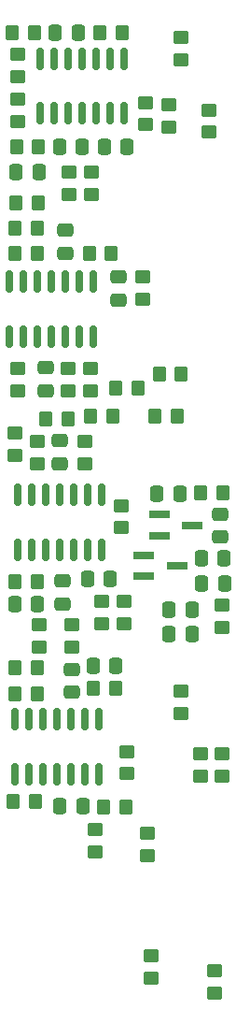
<source format=gbr>
%TF.GenerationSoftware,KiCad,Pcbnew,(6.0.2-0)*%
%TF.CreationDate,2022-07-30T11:22:51+02:00*%
%TF.ProjectId,blindeTaube,626c696e-6465-4546-9175-62652e6b6963,rev?*%
%TF.SameCoordinates,Original*%
%TF.FileFunction,Paste,Bot*%
%TF.FilePolarity,Positive*%
%FSLAX46Y46*%
G04 Gerber Fmt 4.6, Leading zero omitted, Abs format (unit mm)*
G04 Created by KiCad (PCBNEW (6.0.2-0)) date 2022-07-30 11:22:51*
%MOMM*%
%LPD*%
G01*
G04 APERTURE LIST*
G04 Aperture macros list*
%AMRoundRect*
0 Rectangle with rounded corners*
0 $1 Rounding radius*
0 $2 $3 $4 $5 $6 $7 $8 $9 X,Y pos of 4 corners*
0 Add a 4 corners polygon primitive as box body*
4,1,4,$2,$3,$4,$5,$6,$7,$8,$9,$2,$3,0*
0 Add four circle primitives for the rounded corners*
1,1,$1+$1,$2,$3*
1,1,$1+$1,$4,$5*
1,1,$1+$1,$6,$7*
1,1,$1+$1,$8,$9*
0 Add four rect primitives between the rounded corners*
20,1,$1+$1,$2,$3,$4,$5,0*
20,1,$1+$1,$4,$5,$6,$7,0*
20,1,$1+$1,$6,$7,$8,$9,0*
20,1,$1+$1,$8,$9,$2,$3,0*%
G04 Aperture macros list end*
%ADD10RoundRect,0.250000X-0.350000X-0.450000X0.350000X-0.450000X0.350000X0.450000X-0.350000X0.450000X0*%
%ADD11RoundRect,0.250000X0.450000X-0.350000X0.450000X0.350000X-0.450000X0.350000X-0.450000X-0.350000X0*%
%ADD12RoundRect,0.250000X0.350000X0.450000X-0.350000X0.450000X-0.350000X-0.450000X0.350000X-0.450000X0*%
%ADD13RoundRect,0.250000X-0.450000X0.350000X-0.450000X-0.350000X0.450000X-0.350000X0.450000X0.350000X0*%
%ADD14RoundRect,0.250000X0.475000X-0.337500X0.475000X0.337500X-0.475000X0.337500X-0.475000X-0.337500X0*%
%ADD15RoundRect,0.250000X-0.337500X-0.475000X0.337500X-0.475000X0.337500X0.475000X-0.337500X0.475000X0*%
%ADD16R,1.900000X0.800000*%
%ADD17RoundRect,0.250000X0.337500X0.475000X-0.337500X0.475000X-0.337500X-0.475000X0.337500X-0.475000X0*%
%ADD18RoundRect,0.250000X-0.475000X0.337500X-0.475000X-0.337500X0.475000X-0.337500X0.475000X0.337500X0*%
%ADD19RoundRect,0.150000X-0.150000X0.825000X-0.150000X-0.825000X0.150000X-0.825000X0.150000X0.825000X0*%
%ADD20RoundRect,0.150000X0.150000X-0.825000X0.150000X0.825000X-0.150000X0.825000X-0.150000X-0.825000X0*%
G04 APERTURE END LIST*
D10*
%TO.C,R14*%
X66310000Y-76962000D03*
X68310000Y-76962000D03*
%TD*%
D11*
%TO.C,R35*%
X69550000Y-130375000D03*
X69550000Y-128375000D03*
%TD*%
D12*
%TO.C,R36*%
X59000000Y-114400000D03*
X57000000Y-114400000D03*
%TD*%
%TO.C,R23*%
X66900000Y-44775000D03*
X64900000Y-44775000D03*
%TD*%
D13*
%TO.C,R31*%
X67056000Y-96282000D03*
X67056000Y-98282000D03*
%TD*%
%TO.C,R27*%
X57404000Y-46752000D03*
X57404000Y-48752000D03*
%TD*%
D11*
%TO.C,R44*%
X67325000Y-111900000D03*
X67325000Y-109900000D03*
%TD*%
D14*
%TO.C,C33*%
X62300000Y-104537500D03*
X62300000Y-102462500D03*
%TD*%
D11*
%TO.C,R22*%
X64008000Y-77200000D03*
X64008000Y-75200000D03*
%TD*%
D13*
%TO.C,R50*%
X75950000Y-110100000D03*
X75950000Y-112100000D03*
%TD*%
D12*
%TO.C,R5*%
X59166000Y-62484000D03*
X57166000Y-62484000D03*
%TD*%
D15*
%TO.C,C18*%
X57128500Y-96520000D03*
X59203500Y-96520000D03*
%TD*%
D16*
%TO.C,D11*%
X68875000Y-94025000D03*
X68875000Y-92125000D03*
X71875000Y-93075000D03*
%TD*%
D13*
%TO.C,R11*%
X71150000Y-51350000D03*
X71150000Y-53350000D03*
%TD*%
D15*
%TO.C,C27*%
X70062500Y-86525000D03*
X72137500Y-86525000D03*
%TD*%
D17*
%TO.C,C1*%
X67331500Y-55118000D03*
X65256500Y-55118000D03*
%TD*%
D11*
%TO.C,R48*%
X66850000Y-89625000D03*
X66850000Y-87625000D03*
%TD*%
D13*
%TO.C,R24*%
X57404000Y-50816000D03*
X57404000Y-52816000D03*
%TD*%
D18*
%TO.C,C30*%
X61700000Y-62716500D03*
X61700000Y-64791500D03*
%TD*%
D15*
%TO.C,C5*%
X57262500Y-57404000D03*
X59337500Y-57404000D03*
%TD*%
D19*
%TO.C,U5*%
X57150000Y-106999000D03*
X58420000Y-106999000D03*
X59690000Y-106999000D03*
X60960000Y-106999000D03*
X62230000Y-106999000D03*
X63500000Y-106999000D03*
X64770000Y-106999000D03*
X64770000Y-111949000D03*
X63500000Y-111949000D03*
X62230000Y-111949000D03*
X60960000Y-111949000D03*
X59690000Y-111949000D03*
X58420000Y-111949000D03*
X57150000Y-111949000D03*
%TD*%
D13*
%TO.C,R43*%
X72225000Y-104450000D03*
X72225000Y-106450000D03*
%TD*%
%TO.C,R2*%
X64100000Y-57420000D03*
X64100000Y-59420000D03*
%TD*%
%TO.C,R47*%
X62300000Y-98400000D03*
X62300000Y-100400000D03*
%TD*%
D12*
%TO.C,R55*%
X61960000Y-79756000D03*
X59960000Y-79756000D03*
%TD*%
D16*
%TO.C,D12*%
X70250000Y-90350000D03*
X70250000Y-88450000D03*
X73250000Y-89400000D03*
%TD*%
D17*
%TO.C,C38*%
X63337500Y-114850000D03*
X61262500Y-114850000D03*
%TD*%
D15*
%TO.C,C23*%
X74087500Y-92375000D03*
X76162500Y-92375000D03*
%TD*%
D10*
%TO.C,R109*%
X74050000Y-86500000D03*
X76050000Y-86500000D03*
%TD*%
D11*
%TO.C,R18*%
X69000000Y-53150000D03*
X69000000Y-51150000D03*
%TD*%
D10*
%TO.C,R28*%
X56925000Y-44800000D03*
X58925000Y-44800000D03*
%TD*%
D13*
%TO.C,R3*%
X62050000Y-57450000D03*
X62050000Y-59450000D03*
%TD*%
D10*
%TO.C,R4*%
X57166000Y-64770000D03*
X59166000Y-64770000D03*
%TD*%
D12*
%TO.C,R34*%
X59200000Y-102300000D03*
X57200000Y-102300000D03*
%TD*%
D13*
%TO.C,R40*%
X73975000Y-110125000D03*
X73975000Y-112125000D03*
%TD*%
%TO.C,R32*%
X65024000Y-96282000D03*
X65024000Y-98282000D03*
%TD*%
%TO.C,R54*%
X57150000Y-81042000D03*
X57150000Y-83042000D03*
%TD*%
D10*
%TO.C,R33*%
X57200000Y-104648000D03*
X59200000Y-104648000D03*
%TD*%
D11*
%TO.C,R42*%
X75250000Y-131750000D03*
X75250000Y-129750000D03*
%TD*%
%TO.C,R13*%
X72250000Y-47225000D03*
X72250000Y-45225000D03*
%TD*%
%TO.C,R19*%
X61976000Y-77200000D03*
X61976000Y-75200000D03*
%TD*%
D19*
%TO.C,U2*%
X56642000Y-67375000D03*
X57912000Y-67375000D03*
X59182000Y-67375000D03*
X60452000Y-67375000D03*
X61722000Y-67375000D03*
X62992000Y-67375000D03*
X64262000Y-67375000D03*
X64262000Y-72325000D03*
X62992000Y-72325000D03*
X61722000Y-72325000D03*
X60452000Y-72325000D03*
X59182000Y-72325000D03*
X57912000Y-72325000D03*
X56642000Y-72325000D03*
%TD*%
D15*
%TO.C,C25*%
X74112500Y-94700000D03*
X76187500Y-94700000D03*
%TD*%
D10*
%TO.C,R6*%
X70250000Y-75750000D03*
X72250000Y-75750000D03*
%TD*%
D11*
%TO.C,R52*%
X69225000Y-119325000D03*
X69225000Y-117325000D03*
%TD*%
D17*
%TO.C,C14*%
X65807500Y-94234000D03*
X63732500Y-94234000D03*
%TD*%
D18*
%TO.C,C2*%
X66575000Y-66912500D03*
X66575000Y-68987500D03*
%TD*%
D12*
%TO.C,R12*%
X71866000Y-79502000D03*
X69866000Y-79502000D03*
%TD*%
D20*
%TO.C,U1*%
X67056000Y-52125000D03*
X65786000Y-52125000D03*
X64516000Y-52125000D03*
X63246000Y-52125000D03*
X61976000Y-52125000D03*
X60706000Y-52125000D03*
X59436000Y-52125000D03*
X59436000Y-47175000D03*
X60706000Y-47175000D03*
X61976000Y-47175000D03*
X63246000Y-47175000D03*
X64516000Y-47175000D03*
X65786000Y-47175000D03*
X67056000Y-47175000D03*
%TD*%
D10*
%TO.C,R21*%
X57300000Y-55118000D03*
X59300000Y-55118000D03*
%TD*%
D13*
%TO.C,R8*%
X57404000Y-75200000D03*
X57404000Y-77200000D03*
%TD*%
D12*
%TO.C,R39*%
X66278000Y-104140000D03*
X64278000Y-104140000D03*
%TD*%
D15*
%TO.C,C26*%
X71172500Y-99240000D03*
X73247500Y-99240000D03*
%TD*%
%TO.C,C24*%
X71142500Y-97050000D03*
X73217500Y-97050000D03*
%TD*%
D12*
%TO.C,R17*%
X59250000Y-60198000D03*
X57250000Y-60198000D03*
%TD*%
%TO.C,R10*%
X65900000Y-64775000D03*
X63900000Y-64775000D03*
%TD*%
%TO.C,R7*%
X66024000Y-79502000D03*
X64024000Y-79502000D03*
%TD*%
D10*
%TO.C,R51*%
X57166000Y-94488000D03*
X59166000Y-94488000D03*
%TD*%
D20*
%TO.C,U4*%
X65024000Y-91629000D03*
X63754000Y-91629000D03*
X62484000Y-91629000D03*
X61214000Y-91629000D03*
X59944000Y-91629000D03*
X58674000Y-91629000D03*
X57404000Y-91629000D03*
X57404000Y-86679000D03*
X58674000Y-86679000D03*
X59944000Y-86679000D03*
X61214000Y-86679000D03*
X62484000Y-86679000D03*
X63754000Y-86679000D03*
X65024000Y-86679000D03*
%TD*%
D17*
%TO.C,C15*%
X66315500Y-102108000D03*
X64240500Y-102108000D03*
%TD*%
D18*
%TO.C,C35*%
X59944000Y-75162500D03*
X59944000Y-77237500D03*
%TD*%
D11*
%TO.C,R25*%
X68775000Y-68950000D03*
X68775000Y-66950000D03*
%TD*%
%TO.C,R29*%
X59400000Y-100400000D03*
X59400000Y-98400000D03*
%TD*%
D14*
%TO.C,C28*%
X75775000Y-90462500D03*
X75775000Y-88387500D03*
%TD*%
D15*
%TO.C,C34*%
X60812500Y-44775000D03*
X62887500Y-44775000D03*
%TD*%
D14*
%TO.C,C37*%
X61214000Y-83841500D03*
X61214000Y-81766500D03*
%TD*%
D13*
%TO.C,R20*%
X74775000Y-51800000D03*
X74775000Y-53800000D03*
%TD*%
%TO.C,R108*%
X75975000Y-96650000D03*
X75975000Y-98650000D03*
%TD*%
%TO.C,R53*%
X63500000Y-81804000D03*
X63500000Y-83804000D03*
%TD*%
D15*
%TO.C,C29*%
X61192500Y-55118000D03*
X63267500Y-55118000D03*
%TD*%
D12*
%TO.C,R49*%
X67225000Y-114875000D03*
X65225000Y-114875000D03*
%TD*%
D11*
%TO.C,R26*%
X64425000Y-118950000D03*
X64425000Y-116950000D03*
%TD*%
D14*
%TO.C,C32*%
X61468000Y-96541500D03*
X61468000Y-94466500D03*
%TD*%
D13*
%TO.C,R56*%
X59182000Y-81804000D03*
X59182000Y-83804000D03*
%TD*%
M02*

</source>
